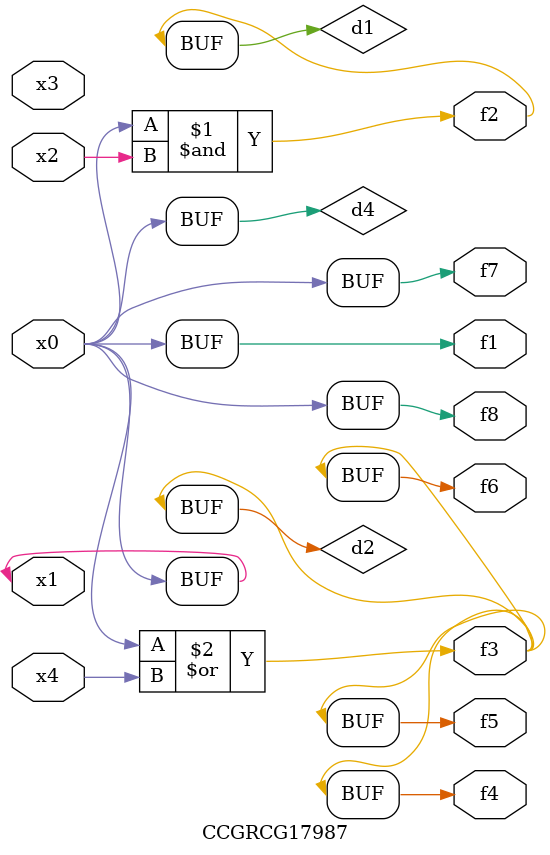
<source format=v>
module CCGRCG17987(
	input x0, x1, x2, x3, x4,
	output f1, f2, f3, f4, f5, f6, f7, f8
);

	wire d1, d2, d3, d4;

	and (d1, x0, x2);
	or (d2, x0, x4);
	nand (d3, x0, x2);
	buf (d4, x0, x1);
	assign f1 = d4;
	assign f2 = d1;
	assign f3 = d2;
	assign f4 = d2;
	assign f5 = d2;
	assign f6 = d2;
	assign f7 = d4;
	assign f8 = d4;
endmodule

</source>
